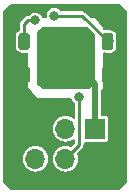
<source format=gbr>
G04 #@! TF.GenerationSoftware,KiCad,Pcbnew,(5.1.2)-2*
G04 #@! TF.CreationDate,2019-12-09T19:03:00+00:00*
G04 #@! TF.ProjectId,laser_range_PCB,6c617365-725f-4726-916e-67655f504342,rev?*
G04 #@! TF.SameCoordinates,Original*
G04 #@! TF.FileFunction,Copper,L2,Bot*
G04 #@! TF.FilePolarity,Positive*
%FSLAX46Y46*%
G04 Gerber Fmt 4.6, Leading zero omitted, Abs format (unit mm)*
G04 Created by KiCad (PCBNEW (5.1.2)-2) date 2019-12-09 19:03:00*
%MOMM*%
%LPD*%
G04 APERTURE LIST*
%ADD10O,1.700000X1.700000*%
%ADD11R,1.700000X1.700000*%
%ADD12C,0.100000*%
%ADD13C,0.975000*%
%ADD14C,0.800000*%
%ADD15C,0.250000*%
%ADD16C,0.500000*%
%ADD17C,0.127000*%
G04 APERTURE END LIST*
D10*
X131420000Y-123540000D03*
X131420000Y-121000000D03*
X133960000Y-123540000D03*
X133960000Y-121000000D03*
X136500000Y-123540000D03*
D11*
X136500000Y-121000000D03*
D12*
G36*
X137805142Y-112901174D02*
G01*
X137828803Y-112904684D01*
X137852007Y-112910496D01*
X137874529Y-112918554D01*
X137896153Y-112928782D01*
X137916670Y-112941079D01*
X137935883Y-112955329D01*
X137953607Y-112971393D01*
X137969671Y-112989117D01*
X137983921Y-113008330D01*
X137996218Y-113028847D01*
X138006446Y-113050471D01*
X138014504Y-113072993D01*
X138020316Y-113096197D01*
X138023826Y-113119858D01*
X138025000Y-113143750D01*
X138025000Y-114056250D01*
X138023826Y-114080142D01*
X138020316Y-114103803D01*
X138014504Y-114127007D01*
X138006446Y-114149529D01*
X137996218Y-114171153D01*
X137983921Y-114191670D01*
X137969671Y-114210883D01*
X137953607Y-114228607D01*
X137935883Y-114244671D01*
X137916670Y-114258921D01*
X137896153Y-114271218D01*
X137874529Y-114281446D01*
X137852007Y-114289504D01*
X137828803Y-114295316D01*
X137805142Y-114298826D01*
X137781250Y-114300000D01*
X137293750Y-114300000D01*
X137269858Y-114298826D01*
X137246197Y-114295316D01*
X137222993Y-114289504D01*
X137200471Y-114281446D01*
X137178847Y-114271218D01*
X137158330Y-114258921D01*
X137139117Y-114244671D01*
X137121393Y-114228607D01*
X137105329Y-114210883D01*
X137091079Y-114191670D01*
X137078782Y-114171153D01*
X137068554Y-114149529D01*
X137060496Y-114127007D01*
X137054684Y-114103803D01*
X137051174Y-114080142D01*
X137050000Y-114056250D01*
X137050000Y-113143750D01*
X137051174Y-113119858D01*
X137054684Y-113096197D01*
X137060496Y-113072993D01*
X137068554Y-113050471D01*
X137078782Y-113028847D01*
X137091079Y-113008330D01*
X137105329Y-112989117D01*
X137121393Y-112971393D01*
X137139117Y-112955329D01*
X137158330Y-112941079D01*
X137178847Y-112928782D01*
X137200471Y-112918554D01*
X137222993Y-112910496D01*
X137246197Y-112904684D01*
X137269858Y-112901174D01*
X137293750Y-112900000D01*
X137781250Y-112900000D01*
X137805142Y-112901174D01*
X137805142Y-112901174D01*
G37*
D13*
X137537500Y-113600000D03*
D12*
G36*
X135930142Y-112901174D02*
G01*
X135953803Y-112904684D01*
X135977007Y-112910496D01*
X135999529Y-112918554D01*
X136021153Y-112928782D01*
X136041670Y-112941079D01*
X136060883Y-112955329D01*
X136078607Y-112971393D01*
X136094671Y-112989117D01*
X136108921Y-113008330D01*
X136121218Y-113028847D01*
X136131446Y-113050471D01*
X136139504Y-113072993D01*
X136145316Y-113096197D01*
X136148826Y-113119858D01*
X136150000Y-113143750D01*
X136150000Y-114056250D01*
X136148826Y-114080142D01*
X136145316Y-114103803D01*
X136139504Y-114127007D01*
X136131446Y-114149529D01*
X136121218Y-114171153D01*
X136108921Y-114191670D01*
X136094671Y-114210883D01*
X136078607Y-114228607D01*
X136060883Y-114244671D01*
X136041670Y-114258921D01*
X136021153Y-114271218D01*
X135999529Y-114281446D01*
X135977007Y-114289504D01*
X135953803Y-114295316D01*
X135930142Y-114298826D01*
X135906250Y-114300000D01*
X135418750Y-114300000D01*
X135394858Y-114298826D01*
X135371197Y-114295316D01*
X135347993Y-114289504D01*
X135325471Y-114281446D01*
X135303847Y-114271218D01*
X135283330Y-114258921D01*
X135264117Y-114244671D01*
X135246393Y-114228607D01*
X135230329Y-114210883D01*
X135216079Y-114191670D01*
X135203782Y-114171153D01*
X135193554Y-114149529D01*
X135185496Y-114127007D01*
X135179684Y-114103803D01*
X135176174Y-114080142D01*
X135175000Y-114056250D01*
X135175000Y-113143750D01*
X135176174Y-113119858D01*
X135179684Y-113096197D01*
X135185496Y-113072993D01*
X135193554Y-113050471D01*
X135203782Y-113028847D01*
X135216079Y-113008330D01*
X135230329Y-112989117D01*
X135246393Y-112971393D01*
X135264117Y-112955329D01*
X135283330Y-112941079D01*
X135303847Y-112928782D01*
X135325471Y-112918554D01*
X135347993Y-112910496D01*
X135371197Y-112904684D01*
X135394858Y-112901174D01*
X135418750Y-112900000D01*
X135906250Y-112900000D01*
X135930142Y-112901174D01*
X135930142Y-112901174D01*
G37*
D13*
X135662500Y-113600000D03*
D12*
G36*
X132605142Y-112901174D02*
G01*
X132628803Y-112904684D01*
X132652007Y-112910496D01*
X132674529Y-112918554D01*
X132696153Y-112928782D01*
X132716670Y-112941079D01*
X132735883Y-112955329D01*
X132753607Y-112971393D01*
X132769671Y-112989117D01*
X132783921Y-113008330D01*
X132796218Y-113028847D01*
X132806446Y-113050471D01*
X132814504Y-113072993D01*
X132820316Y-113096197D01*
X132823826Y-113119858D01*
X132825000Y-113143750D01*
X132825000Y-114056250D01*
X132823826Y-114080142D01*
X132820316Y-114103803D01*
X132814504Y-114127007D01*
X132806446Y-114149529D01*
X132796218Y-114171153D01*
X132783921Y-114191670D01*
X132769671Y-114210883D01*
X132753607Y-114228607D01*
X132735883Y-114244671D01*
X132716670Y-114258921D01*
X132696153Y-114271218D01*
X132674529Y-114281446D01*
X132652007Y-114289504D01*
X132628803Y-114295316D01*
X132605142Y-114298826D01*
X132581250Y-114300000D01*
X132093750Y-114300000D01*
X132069858Y-114298826D01*
X132046197Y-114295316D01*
X132022993Y-114289504D01*
X132000471Y-114281446D01*
X131978847Y-114271218D01*
X131958330Y-114258921D01*
X131939117Y-114244671D01*
X131921393Y-114228607D01*
X131905329Y-114210883D01*
X131891079Y-114191670D01*
X131878782Y-114171153D01*
X131868554Y-114149529D01*
X131860496Y-114127007D01*
X131854684Y-114103803D01*
X131851174Y-114080142D01*
X131850000Y-114056250D01*
X131850000Y-113143750D01*
X131851174Y-113119858D01*
X131854684Y-113096197D01*
X131860496Y-113072993D01*
X131868554Y-113050471D01*
X131878782Y-113028847D01*
X131891079Y-113008330D01*
X131905329Y-112989117D01*
X131921393Y-112971393D01*
X131939117Y-112955329D01*
X131958330Y-112941079D01*
X131978847Y-112928782D01*
X132000471Y-112918554D01*
X132022993Y-112910496D01*
X132046197Y-112904684D01*
X132069858Y-112901174D01*
X132093750Y-112900000D01*
X132581250Y-112900000D01*
X132605142Y-112901174D01*
X132605142Y-112901174D01*
G37*
D13*
X132337500Y-113600000D03*
D12*
G36*
X130730142Y-112901174D02*
G01*
X130753803Y-112904684D01*
X130777007Y-112910496D01*
X130799529Y-112918554D01*
X130821153Y-112928782D01*
X130841670Y-112941079D01*
X130860883Y-112955329D01*
X130878607Y-112971393D01*
X130894671Y-112989117D01*
X130908921Y-113008330D01*
X130921218Y-113028847D01*
X130931446Y-113050471D01*
X130939504Y-113072993D01*
X130945316Y-113096197D01*
X130948826Y-113119858D01*
X130950000Y-113143750D01*
X130950000Y-114056250D01*
X130948826Y-114080142D01*
X130945316Y-114103803D01*
X130939504Y-114127007D01*
X130931446Y-114149529D01*
X130921218Y-114171153D01*
X130908921Y-114191670D01*
X130894671Y-114210883D01*
X130878607Y-114228607D01*
X130860883Y-114244671D01*
X130841670Y-114258921D01*
X130821153Y-114271218D01*
X130799529Y-114281446D01*
X130777007Y-114289504D01*
X130753803Y-114295316D01*
X130730142Y-114298826D01*
X130706250Y-114300000D01*
X130218750Y-114300000D01*
X130194858Y-114298826D01*
X130171197Y-114295316D01*
X130147993Y-114289504D01*
X130125471Y-114281446D01*
X130103847Y-114271218D01*
X130083330Y-114258921D01*
X130064117Y-114244671D01*
X130046393Y-114228607D01*
X130030329Y-114210883D01*
X130016079Y-114191670D01*
X130003782Y-114171153D01*
X129993554Y-114149529D01*
X129985496Y-114127007D01*
X129979684Y-114103803D01*
X129976174Y-114080142D01*
X129975000Y-114056250D01*
X129975000Y-113143750D01*
X129976174Y-113119858D01*
X129979684Y-113096197D01*
X129985496Y-113072993D01*
X129993554Y-113050471D01*
X130003782Y-113028847D01*
X130016079Y-113008330D01*
X130030329Y-112989117D01*
X130046393Y-112971393D01*
X130064117Y-112955329D01*
X130083330Y-112941079D01*
X130103847Y-112928782D01*
X130125471Y-112918554D01*
X130147993Y-112910496D01*
X130171197Y-112904684D01*
X130194858Y-112901174D01*
X130218750Y-112900000D01*
X130706250Y-112900000D01*
X130730142Y-112901174D01*
X130730142Y-112901174D01*
G37*
D13*
X130462500Y-113600000D03*
D12*
G36*
X137805142Y-115701174D02*
G01*
X137828803Y-115704684D01*
X137852007Y-115710496D01*
X137874529Y-115718554D01*
X137896153Y-115728782D01*
X137916670Y-115741079D01*
X137935883Y-115755329D01*
X137953607Y-115771393D01*
X137969671Y-115789117D01*
X137983921Y-115808330D01*
X137996218Y-115828847D01*
X138006446Y-115850471D01*
X138014504Y-115872993D01*
X138020316Y-115896197D01*
X138023826Y-115919858D01*
X138025000Y-115943750D01*
X138025000Y-116856250D01*
X138023826Y-116880142D01*
X138020316Y-116903803D01*
X138014504Y-116927007D01*
X138006446Y-116949529D01*
X137996218Y-116971153D01*
X137983921Y-116991670D01*
X137969671Y-117010883D01*
X137953607Y-117028607D01*
X137935883Y-117044671D01*
X137916670Y-117058921D01*
X137896153Y-117071218D01*
X137874529Y-117081446D01*
X137852007Y-117089504D01*
X137828803Y-117095316D01*
X137805142Y-117098826D01*
X137781250Y-117100000D01*
X137293750Y-117100000D01*
X137269858Y-117098826D01*
X137246197Y-117095316D01*
X137222993Y-117089504D01*
X137200471Y-117081446D01*
X137178847Y-117071218D01*
X137158330Y-117058921D01*
X137139117Y-117044671D01*
X137121393Y-117028607D01*
X137105329Y-117010883D01*
X137091079Y-116991670D01*
X137078782Y-116971153D01*
X137068554Y-116949529D01*
X137060496Y-116927007D01*
X137054684Y-116903803D01*
X137051174Y-116880142D01*
X137050000Y-116856250D01*
X137050000Y-115943750D01*
X137051174Y-115919858D01*
X137054684Y-115896197D01*
X137060496Y-115872993D01*
X137068554Y-115850471D01*
X137078782Y-115828847D01*
X137091079Y-115808330D01*
X137105329Y-115789117D01*
X137121393Y-115771393D01*
X137139117Y-115755329D01*
X137158330Y-115741079D01*
X137178847Y-115728782D01*
X137200471Y-115718554D01*
X137222993Y-115710496D01*
X137246197Y-115704684D01*
X137269858Y-115701174D01*
X137293750Y-115700000D01*
X137781250Y-115700000D01*
X137805142Y-115701174D01*
X137805142Y-115701174D01*
G37*
D13*
X137537500Y-116400000D03*
D12*
G36*
X135930142Y-115701174D02*
G01*
X135953803Y-115704684D01*
X135977007Y-115710496D01*
X135999529Y-115718554D01*
X136021153Y-115728782D01*
X136041670Y-115741079D01*
X136060883Y-115755329D01*
X136078607Y-115771393D01*
X136094671Y-115789117D01*
X136108921Y-115808330D01*
X136121218Y-115828847D01*
X136131446Y-115850471D01*
X136139504Y-115872993D01*
X136145316Y-115896197D01*
X136148826Y-115919858D01*
X136150000Y-115943750D01*
X136150000Y-116856250D01*
X136148826Y-116880142D01*
X136145316Y-116903803D01*
X136139504Y-116927007D01*
X136131446Y-116949529D01*
X136121218Y-116971153D01*
X136108921Y-116991670D01*
X136094671Y-117010883D01*
X136078607Y-117028607D01*
X136060883Y-117044671D01*
X136041670Y-117058921D01*
X136021153Y-117071218D01*
X135999529Y-117081446D01*
X135977007Y-117089504D01*
X135953803Y-117095316D01*
X135930142Y-117098826D01*
X135906250Y-117100000D01*
X135418750Y-117100000D01*
X135394858Y-117098826D01*
X135371197Y-117095316D01*
X135347993Y-117089504D01*
X135325471Y-117081446D01*
X135303847Y-117071218D01*
X135283330Y-117058921D01*
X135264117Y-117044671D01*
X135246393Y-117028607D01*
X135230329Y-117010883D01*
X135216079Y-116991670D01*
X135203782Y-116971153D01*
X135193554Y-116949529D01*
X135185496Y-116927007D01*
X135179684Y-116903803D01*
X135176174Y-116880142D01*
X135175000Y-116856250D01*
X135175000Y-115943750D01*
X135176174Y-115919858D01*
X135179684Y-115896197D01*
X135185496Y-115872993D01*
X135193554Y-115850471D01*
X135203782Y-115828847D01*
X135216079Y-115808330D01*
X135230329Y-115789117D01*
X135246393Y-115771393D01*
X135264117Y-115755329D01*
X135283330Y-115741079D01*
X135303847Y-115728782D01*
X135325471Y-115718554D01*
X135347993Y-115710496D01*
X135371197Y-115704684D01*
X135394858Y-115701174D01*
X135418750Y-115700000D01*
X135906250Y-115700000D01*
X135930142Y-115701174D01*
X135930142Y-115701174D01*
G37*
D13*
X135662500Y-116400000D03*
D12*
G36*
X130730142Y-115701174D02*
G01*
X130753803Y-115704684D01*
X130777007Y-115710496D01*
X130799529Y-115718554D01*
X130821153Y-115728782D01*
X130841670Y-115741079D01*
X130860883Y-115755329D01*
X130878607Y-115771393D01*
X130894671Y-115789117D01*
X130908921Y-115808330D01*
X130921218Y-115828847D01*
X130931446Y-115850471D01*
X130939504Y-115872993D01*
X130945316Y-115896197D01*
X130948826Y-115919858D01*
X130950000Y-115943750D01*
X130950000Y-116856250D01*
X130948826Y-116880142D01*
X130945316Y-116903803D01*
X130939504Y-116927007D01*
X130931446Y-116949529D01*
X130921218Y-116971153D01*
X130908921Y-116991670D01*
X130894671Y-117010883D01*
X130878607Y-117028607D01*
X130860883Y-117044671D01*
X130841670Y-117058921D01*
X130821153Y-117071218D01*
X130799529Y-117081446D01*
X130777007Y-117089504D01*
X130753803Y-117095316D01*
X130730142Y-117098826D01*
X130706250Y-117100000D01*
X130218750Y-117100000D01*
X130194858Y-117098826D01*
X130171197Y-117095316D01*
X130147993Y-117089504D01*
X130125471Y-117081446D01*
X130103847Y-117071218D01*
X130083330Y-117058921D01*
X130064117Y-117044671D01*
X130046393Y-117028607D01*
X130030329Y-117010883D01*
X130016079Y-116991670D01*
X130003782Y-116971153D01*
X129993554Y-116949529D01*
X129985496Y-116927007D01*
X129979684Y-116903803D01*
X129976174Y-116880142D01*
X129975000Y-116856250D01*
X129975000Y-115943750D01*
X129976174Y-115919858D01*
X129979684Y-115896197D01*
X129985496Y-115872993D01*
X129993554Y-115850471D01*
X130003782Y-115828847D01*
X130016079Y-115808330D01*
X130030329Y-115789117D01*
X130046393Y-115771393D01*
X130064117Y-115755329D01*
X130083330Y-115741079D01*
X130103847Y-115728782D01*
X130125471Y-115718554D01*
X130147993Y-115710496D01*
X130171197Y-115704684D01*
X130194858Y-115701174D01*
X130218750Y-115700000D01*
X130706250Y-115700000D01*
X130730142Y-115701174D01*
X130730142Y-115701174D01*
G37*
D13*
X130462500Y-116400000D03*
D12*
G36*
X132605142Y-115701174D02*
G01*
X132628803Y-115704684D01*
X132652007Y-115710496D01*
X132674529Y-115718554D01*
X132696153Y-115728782D01*
X132716670Y-115741079D01*
X132735883Y-115755329D01*
X132753607Y-115771393D01*
X132769671Y-115789117D01*
X132783921Y-115808330D01*
X132796218Y-115828847D01*
X132806446Y-115850471D01*
X132814504Y-115872993D01*
X132820316Y-115896197D01*
X132823826Y-115919858D01*
X132825000Y-115943750D01*
X132825000Y-116856250D01*
X132823826Y-116880142D01*
X132820316Y-116903803D01*
X132814504Y-116927007D01*
X132806446Y-116949529D01*
X132796218Y-116971153D01*
X132783921Y-116991670D01*
X132769671Y-117010883D01*
X132753607Y-117028607D01*
X132735883Y-117044671D01*
X132716670Y-117058921D01*
X132696153Y-117071218D01*
X132674529Y-117081446D01*
X132652007Y-117089504D01*
X132628803Y-117095316D01*
X132605142Y-117098826D01*
X132581250Y-117100000D01*
X132093750Y-117100000D01*
X132069858Y-117098826D01*
X132046197Y-117095316D01*
X132022993Y-117089504D01*
X132000471Y-117081446D01*
X131978847Y-117071218D01*
X131958330Y-117058921D01*
X131939117Y-117044671D01*
X131921393Y-117028607D01*
X131905329Y-117010883D01*
X131891079Y-116991670D01*
X131878782Y-116971153D01*
X131868554Y-116949529D01*
X131860496Y-116927007D01*
X131854684Y-116903803D01*
X131851174Y-116880142D01*
X131850000Y-116856250D01*
X131850000Y-115943750D01*
X131851174Y-115919858D01*
X131854684Y-115896197D01*
X131860496Y-115872993D01*
X131868554Y-115850471D01*
X131878782Y-115828847D01*
X131891079Y-115808330D01*
X131905329Y-115789117D01*
X131921393Y-115771393D01*
X131939117Y-115755329D01*
X131958330Y-115741079D01*
X131978847Y-115728782D01*
X132000471Y-115718554D01*
X132022993Y-115710496D01*
X132046197Y-115704684D01*
X132069858Y-115701174D01*
X132093750Y-115700000D01*
X132581250Y-115700000D01*
X132605142Y-115701174D01*
X132605142Y-115701174D01*
G37*
D13*
X132337500Y-116400000D03*
D14*
X133000000Y-111400000D03*
X135100000Y-118300000D03*
X134000000Y-116600000D03*
X131400000Y-111800000D03*
D15*
X135337500Y-111400000D02*
X137537500Y-113600000D01*
X133000000Y-111400000D02*
X135337500Y-111400000D01*
X135135001Y-118335001D02*
X135100000Y-118300000D01*
X133960000Y-123540000D02*
X135135001Y-122364999D01*
X135135001Y-122364999D02*
X135135001Y-118335001D01*
D16*
X133800000Y-116400000D02*
X134000000Y-116600000D01*
X132337500Y-116400000D02*
X133800000Y-116400000D01*
X134200000Y-116400000D02*
X134000000Y-116600000D01*
X135662500Y-116400000D02*
X134200000Y-116400000D01*
X136500000Y-117237500D02*
X135662500Y-116400000D01*
X136500000Y-121000000D02*
X136500000Y-117237500D01*
X132337500Y-113600000D02*
X132337500Y-116400000D01*
X135662500Y-113600000D02*
X135662500Y-116400000D01*
D15*
X130800000Y-111800000D02*
X131400000Y-111800000D01*
X130462500Y-113600000D02*
X130462500Y-112137500D01*
X130462500Y-112137500D02*
X130800000Y-111800000D01*
D17*
G36*
X136336500Y-113024790D02*
G01*
X136336500Y-117173698D01*
X135973698Y-117536500D01*
X132026302Y-117536500D01*
X131663500Y-117173698D01*
X131663500Y-112826302D01*
X132026302Y-112463500D01*
X135775211Y-112463500D01*
X136336500Y-113024790D01*
X136336500Y-113024790D01*
G37*
X136336500Y-113024790D02*
X136336500Y-117173698D01*
X135973698Y-117536500D01*
X132026302Y-117536500D01*
X131663500Y-117173698D01*
X131663500Y-112826302D01*
X132026302Y-112463500D01*
X135775211Y-112463500D01*
X136336500Y-113024790D01*
G36*
X139057500Y-111141868D02*
G01*
X139057501Y-125458131D01*
X138458133Y-126057500D01*
X129341868Y-126057500D01*
X128742500Y-125458133D01*
X128742500Y-123540000D01*
X130246851Y-123540000D01*
X130269393Y-123768870D01*
X130336152Y-123988945D01*
X130444562Y-124191767D01*
X130590458Y-124369542D01*
X130768233Y-124515438D01*
X130971055Y-124623848D01*
X131191130Y-124690607D01*
X131362645Y-124707500D01*
X131477355Y-124707500D01*
X131648870Y-124690607D01*
X131868945Y-124623848D01*
X132071767Y-124515438D01*
X132249542Y-124369542D01*
X132395438Y-124191767D01*
X132503848Y-123988945D01*
X132570607Y-123768870D01*
X132593149Y-123540000D01*
X132570607Y-123311130D01*
X132503848Y-123091055D01*
X132395438Y-122888233D01*
X132249542Y-122710458D01*
X132071767Y-122564562D01*
X131868945Y-122456152D01*
X131648870Y-122389393D01*
X131477355Y-122372500D01*
X131362645Y-122372500D01*
X131191130Y-122389393D01*
X130971055Y-122456152D01*
X130768233Y-122564562D01*
X130590458Y-122710458D01*
X130444562Y-122888233D01*
X130336152Y-123091055D01*
X130269393Y-123311130D01*
X130246851Y-123540000D01*
X128742500Y-123540000D01*
X128742500Y-113143750D01*
X129655964Y-113143750D01*
X129655964Y-114056250D01*
X129666778Y-114166044D01*
X129698804Y-114271619D01*
X129750811Y-114368917D01*
X129820800Y-114454200D01*
X129906083Y-114524189D01*
X130003381Y-114576196D01*
X130108956Y-114608222D01*
X130218750Y-114619036D01*
X130706250Y-114619036D01*
X130736500Y-114616057D01*
X130736500Y-117600000D01*
X130737720Y-117612388D01*
X130741334Y-117624300D01*
X130747202Y-117635279D01*
X130755099Y-117644901D01*
X131555099Y-118444901D01*
X131564721Y-118452798D01*
X131575700Y-118458666D01*
X131587612Y-118462280D01*
X131600000Y-118463500D01*
X134400965Y-118463500D01*
X134410073Y-118509287D01*
X134464159Y-118639864D01*
X134542681Y-118757380D01*
X134642620Y-118857319D01*
X134692502Y-118890649D01*
X134692502Y-120090819D01*
X134611767Y-120024562D01*
X134408945Y-119916152D01*
X134188870Y-119849393D01*
X134017355Y-119832500D01*
X133902645Y-119832500D01*
X133731130Y-119849393D01*
X133511055Y-119916152D01*
X133308233Y-120024562D01*
X133130458Y-120170458D01*
X132984562Y-120348233D01*
X132876152Y-120551055D01*
X132809393Y-120771130D01*
X132786851Y-121000000D01*
X132809393Y-121228870D01*
X132876152Y-121448945D01*
X132984562Y-121651767D01*
X133130458Y-121829542D01*
X133308233Y-121975438D01*
X133511055Y-122083848D01*
X133731130Y-122150607D01*
X133902645Y-122167500D01*
X134017355Y-122167500D01*
X134188870Y-122150607D01*
X134408945Y-122083848D01*
X134611767Y-121975438D01*
X134692501Y-121909181D01*
X134692501Y-122181710D01*
X134414884Y-122459327D01*
X134408945Y-122456152D01*
X134188870Y-122389393D01*
X134017355Y-122372500D01*
X133902645Y-122372500D01*
X133731130Y-122389393D01*
X133511055Y-122456152D01*
X133308233Y-122564562D01*
X133130458Y-122710458D01*
X132984562Y-122888233D01*
X132876152Y-123091055D01*
X132809393Y-123311130D01*
X132786851Y-123540000D01*
X132809393Y-123768870D01*
X132876152Y-123988945D01*
X132984562Y-124191767D01*
X133130458Y-124369542D01*
X133308233Y-124515438D01*
X133511055Y-124623848D01*
X133731130Y-124690607D01*
X133902645Y-124707500D01*
X134017355Y-124707500D01*
X134188870Y-124690607D01*
X134408945Y-124623848D01*
X134611767Y-124515438D01*
X134789542Y-124369542D01*
X134935438Y-124191767D01*
X135043848Y-123988945D01*
X135110607Y-123768870D01*
X135133149Y-123540000D01*
X135110607Y-123311130D01*
X135043848Y-123091055D01*
X135040673Y-123085116D01*
X135432522Y-122693267D01*
X135449410Y-122679408D01*
X135504706Y-122612028D01*
X135545796Y-122535156D01*
X135571098Y-122451744D01*
X135577501Y-122386736D01*
X135577501Y-122386734D01*
X135579642Y-122365000D01*
X135577501Y-122343266D01*
X135577501Y-122159794D01*
X135587759Y-122162906D01*
X135650000Y-122169036D01*
X137350000Y-122169036D01*
X137412241Y-122162906D01*
X137472090Y-122144751D01*
X137527247Y-122115269D01*
X137575593Y-122075593D01*
X137615269Y-122027247D01*
X137644751Y-121972090D01*
X137662906Y-121912241D01*
X137669036Y-121850000D01*
X137669036Y-120150000D01*
X137662906Y-120087759D01*
X137644751Y-120027910D01*
X137615269Y-119972753D01*
X137575593Y-119924407D01*
X137527247Y-119884731D01*
X137472090Y-119855249D01*
X137412241Y-119837094D01*
X137350000Y-119830964D01*
X137067500Y-119830964D01*
X137067500Y-117822302D01*
X137244901Y-117644901D01*
X137252798Y-117635279D01*
X137258666Y-117624300D01*
X137262280Y-117612388D01*
X137263500Y-117600000D01*
X137263500Y-114616057D01*
X137293750Y-114619036D01*
X137781250Y-114619036D01*
X137891044Y-114608222D01*
X137996619Y-114576196D01*
X138093917Y-114524189D01*
X138179200Y-114454200D01*
X138249189Y-114368917D01*
X138301196Y-114271619D01*
X138333222Y-114166044D01*
X138344036Y-114056250D01*
X138344036Y-113143750D01*
X138333222Y-113033956D01*
X138301196Y-112928381D01*
X138249189Y-112831083D01*
X138179200Y-112745800D01*
X138093917Y-112675811D01*
X137996619Y-112623804D01*
X137891044Y-112591778D01*
X137781250Y-112580964D01*
X137293750Y-112580964D01*
X137263500Y-112583943D01*
X137263500Y-112400000D01*
X137262280Y-112387612D01*
X137258666Y-112375700D01*
X137252798Y-112364721D01*
X137244901Y-112355099D01*
X136444901Y-111555099D01*
X136435279Y-111547202D01*
X136424300Y-111541334D01*
X136412388Y-111537720D01*
X136400000Y-111536500D01*
X136099789Y-111536500D01*
X135665770Y-111102481D01*
X135651909Y-111085591D01*
X135584529Y-111030295D01*
X135507657Y-110989205D01*
X135424245Y-110963903D01*
X135359237Y-110957500D01*
X135359234Y-110957500D01*
X135337500Y-110955359D01*
X135315766Y-110957500D01*
X133567262Y-110957500D01*
X133557319Y-110942620D01*
X133457380Y-110842681D01*
X133339864Y-110764159D01*
X133209287Y-110710073D01*
X133070668Y-110682500D01*
X132929332Y-110682500D01*
X132790713Y-110710073D01*
X132660136Y-110764159D01*
X132542620Y-110842681D01*
X132442681Y-110942620D01*
X132364159Y-111060136D01*
X132310073Y-111190713D01*
X132282500Y-111329332D01*
X132282500Y-111470668D01*
X132295595Y-111536500D01*
X132067472Y-111536500D01*
X132035841Y-111460136D01*
X131957319Y-111342620D01*
X131857380Y-111242681D01*
X131739864Y-111164159D01*
X131609287Y-111110073D01*
X131470668Y-111082500D01*
X131329332Y-111082500D01*
X131190713Y-111110073D01*
X131060136Y-111164159D01*
X130942620Y-111242681D01*
X130842681Y-111342620D01*
X130832738Y-111357500D01*
X130821733Y-111357500D01*
X130799999Y-111355359D01*
X130778265Y-111357500D01*
X130778263Y-111357500D01*
X130713255Y-111363903D01*
X130629843Y-111389205D01*
X130552970Y-111430295D01*
X130503775Y-111470668D01*
X130485591Y-111485591D01*
X130471735Y-111502475D01*
X130164976Y-111809235D01*
X130148092Y-111823091D01*
X130134236Y-111839975D01*
X130134235Y-111839976D01*
X130092795Y-111890471D01*
X130051705Y-111967344D01*
X130026404Y-112050755D01*
X130017859Y-112137500D01*
X130020001Y-112159244D01*
X130020001Y-112618762D01*
X130003381Y-112623804D01*
X129906083Y-112675811D01*
X129820800Y-112745800D01*
X129750811Y-112831083D01*
X129698804Y-112928381D01*
X129666778Y-113033956D01*
X129655964Y-113143750D01*
X128742500Y-113143750D01*
X128742500Y-111141867D01*
X129341868Y-110542500D01*
X138458133Y-110542500D01*
X139057500Y-111141868D01*
X139057500Y-111141868D01*
G37*
X139057500Y-111141868D02*
X139057501Y-125458131D01*
X138458133Y-126057500D01*
X129341868Y-126057500D01*
X128742500Y-125458133D01*
X128742500Y-123540000D01*
X130246851Y-123540000D01*
X130269393Y-123768870D01*
X130336152Y-123988945D01*
X130444562Y-124191767D01*
X130590458Y-124369542D01*
X130768233Y-124515438D01*
X130971055Y-124623848D01*
X131191130Y-124690607D01*
X131362645Y-124707500D01*
X131477355Y-124707500D01*
X131648870Y-124690607D01*
X131868945Y-124623848D01*
X132071767Y-124515438D01*
X132249542Y-124369542D01*
X132395438Y-124191767D01*
X132503848Y-123988945D01*
X132570607Y-123768870D01*
X132593149Y-123540000D01*
X132570607Y-123311130D01*
X132503848Y-123091055D01*
X132395438Y-122888233D01*
X132249542Y-122710458D01*
X132071767Y-122564562D01*
X131868945Y-122456152D01*
X131648870Y-122389393D01*
X131477355Y-122372500D01*
X131362645Y-122372500D01*
X131191130Y-122389393D01*
X130971055Y-122456152D01*
X130768233Y-122564562D01*
X130590458Y-122710458D01*
X130444562Y-122888233D01*
X130336152Y-123091055D01*
X130269393Y-123311130D01*
X130246851Y-123540000D01*
X128742500Y-123540000D01*
X128742500Y-113143750D01*
X129655964Y-113143750D01*
X129655964Y-114056250D01*
X129666778Y-114166044D01*
X129698804Y-114271619D01*
X129750811Y-114368917D01*
X129820800Y-114454200D01*
X129906083Y-114524189D01*
X130003381Y-114576196D01*
X130108956Y-114608222D01*
X130218750Y-114619036D01*
X130706250Y-114619036D01*
X130736500Y-114616057D01*
X130736500Y-117600000D01*
X130737720Y-117612388D01*
X130741334Y-117624300D01*
X130747202Y-117635279D01*
X130755099Y-117644901D01*
X131555099Y-118444901D01*
X131564721Y-118452798D01*
X131575700Y-118458666D01*
X131587612Y-118462280D01*
X131600000Y-118463500D01*
X134400965Y-118463500D01*
X134410073Y-118509287D01*
X134464159Y-118639864D01*
X134542681Y-118757380D01*
X134642620Y-118857319D01*
X134692502Y-118890649D01*
X134692502Y-120090819D01*
X134611767Y-120024562D01*
X134408945Y-119916152D01*
X134188870Y-119849393D01*
X134017355Y-119832500D01*
X133902645Y-119832500D01*
X133731130Y-119849393D01*
X133511055Y-119916152D01*
X133308233Y-120024562D01*
X133130458Y-120170458D01*
X132984562Y-120348233D01*
X132876152Y-120551055D01*
X132809393Y-120771130D01*
X132786851Y-121000000D01*
X132809393Y-121228870D01*
X132876152Y-121448945D01*
X132984562Y-121651767D01*
X133130458Y-121829542D01*
X133308233Y-121975438D01*
X133511055Y-122083848D01*
X133731130Y-122150607D01*
X133902645Y-122167500D01*
X134017355Y-122167500D01*
X134188870Y-122150607D01*
X134408945Y-122083848D01*
X134611767Y-121975438D01*
X134692501Y-121909181D01*
X134692501Y-122181710D01*
X134414884Y-122459327D01*
X134408945Y-122456152D01*
X134188870Y-122389393D01*
X134017355Y-122372500D01*
X133902645Y-122372500D01*
X133731130Y-122389393D01*
X133511055Y-122456152D01*
X133308233Y-122564562D01*
X133130458Y-122710458D01*
X132984562Y-122888233D01*
X132876152Y-123091055D01*
X132809393Y-123311130D01*
X132786851Y-123540000D01*
X132809393Y-123768870D01*
X132876152Y-123988945D01*
X132984562Y-124191767D01*
X133130458Y-124369542D01*
X133308233Y-124515438D01*
X133511055Y-124623848D01*
X133731130Y-124690607D01*
X133902645Y-124707500D01*
X134017355Y-124707500D01*
X134188870Y-124690607D01*
X134408945Y-124623848D01*
X134611767Y-124515438D01*
X134789542Y-124369542D01*
X134935438Y-124191767D01*
X135043848Y-123988945D01*
X135110607Y-123768870D01*
X135133149Y-123540000D01*
X135110607Y-123311130D01*
X135043848Y-123091055D01*
X135040673Y-123085116D01*
X135432522Y-122693267D01*
X135449410Y-122679408D01*
X135504706Y-122612028D01*
X135545796Y-122535156D01*
X135571098Y-122451744D01*
X135577501Y-122386736D01*
X135577501Y-122386734D01*
X135579642Y-122365000D01*
X135577501Y-122343266D01*
X135577501Y-122159794D01*
X135587759Y-122162906D01*
X135650000Y-122169036D01*
X137350000Y-122169036D01*
X137412241Y-122162906D01*
X137472090Y-122144751D01*
X137527247Y-122115269D01*
X137575593Y-122075593D01*
X137615269Y-122027247D01*
X137644751Y-121972090D01*
X137662906Y-121912241D01*
X137669036Y-121850000D01*
X137669036Y-120150000D01*
X137662906Y-120087759D01*
X137644751Y-120027910D01*
X137615269Y-119972753D01*
X137575593Y-119924407D01*
X137527247Y-119884731D01*
X137472090Y-119855249D01*
X137412241Y-119837094D01*
X137350000Y-119830964D01*
X137067500Y-119830964D01*
X137067500Y-117822302D01*
X137244901Y-117644901D01*
X137252798Y-117635279D01*
X137258666Y-117624300D01*
X137262280Y-117612388D01*
X137263500Y-117600000D01*
X137263500Y-114616057D01*
X137293750Y-114619036D01*
X137781250Y-114619036D01*
X137891044Y-114608222D01*
X137996619Y-114576196D01*
X138093917Y-114524189D01*
X138179200Y-114454200D01*
X138249189Y-114368917D01*
X138301196Y-114271619D01*
X138333222Y-114166044D01*
X138344036Y-114056250D01*
X138344036Y-113143750D01*
X138333222Y-113033956D01*
X138301196Y-112928381D01*
X138249189Y-112831083D01*
X138179200Y-112745800D01*
X138093917Y-112675811D01*
X137996619Y-112623804D01*
X137891044Y-112591778D01*
X137781250Y-112580964D01*
X137293750Y-112580964D01*
X137263500Y-112583943D01*
X137263500Y-112400000D01*
X137262280Y-112387612D01*
X137258666Y-112375700D01*
X137252798Y-112364721D01*
X137244901Y-112355099D01*
X136444901Y-111555099D01*
X136435279Y-111547202D01*
X136424300Y-111541334D01*
X136412388Y-111537720D01*
X136400000Y-111536500D01*
X136099789Y-111536500D01*
X135665770Y-111102481D01*
X135651909Y-111085591D01*
X135584529Y-111030295D01*
X135507657Y-110989205D01*
X135424245Y-110963903D01*
X135359237Y-110957500D01*
X135359234Y-110957500D01*
X135337500Y-110955359D01*
X135315766Y-110957500D01*
X133567262Y-110957500D01*
X133557319Y-110942620D01*
X133457380Y-110842681D01*
X133339864Y-110764159D01*
X133209287Y-110710073D01*
X133070668Y-110682500D01*
X132929332Y-110682500D01*
X132790713Y-110710073D01*
X132660136Y-110764159D01*
X132542620Y-110842681D01*
X132442681Y-110942620D01*
X132364159Y-111060136D01*
X132310073Y-111190713D01*
X132282500Y-111329332D01*
X132282500Y-111470668D01*
X132295595Y-111536500D01*
X132067472Y-111536500D01*
X132035841Y-111460136D01*
X131957319Y-111342620D01*
X131857380Y-111242681D01*
X131739864Y-111164159D01*
X131609287Y-111110073D01*
X131470668Y-111082500D01*
X131329332Y-111082500D01*
X131190713Y-111110073D01*
X131060136Y-111164159D01*
X130942620Y-111242681D01*
X130842681Y-111342620D01*
X130832738Y-111357500D01*
X130821733Y-111357500D01*
X130799999Y-111355359D01*
X130778265Y-111357500D01*
X130778263Y-111357500D01*
X130713255Y-111363903D01*
X130629843Y-111389205D01*
X130552970Y-111430295D01*
X130503775Y-111470668D01*
X130485591Y-111485591D01*
X130471735Y-111502475D01*
X130164976Y-111809235D01*
X130148092Y-111823091D01*
X130134236Y-111839975D01*
X130134235Y-111839976D01*
X130092795Y-111890471D01*
X130051705Y-111967344D01*
X130026404Y-112050755D01*
X130017859Y-112137500D01*
X130020001Y-112159244D01*
X130020001Y-112618762D01*
X130003381Y-112623804D01*
X129906083Y-112675811D01*
X129820800Y-112745800D01*
X129750811Y-112831083D01*
X129698804Y-112928381D01*
X129666778Y-113033956D01*
X129655964Y-113143750D01*
X128742500Y-113143750D01*
X128742500Y-111141867D01*
X129341868Y-110542500D01*
X138458133Y-110542500D01*
X139057500Y-111141868D01*
M02*

</source>
